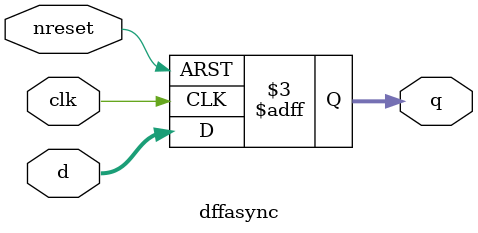
<source format=v>
module dffasync #(parameter DW = 16
                  )
   (
    input               clk,
    input               nreset,
    input [DW-1:0]      d,
    output reg [DW-1:0] q
    );

   always @(posedge clk or negedge nreset)
     if (!nreset)
       q <= 'b0;
     else
       q <= d;

endmodule

</source>
